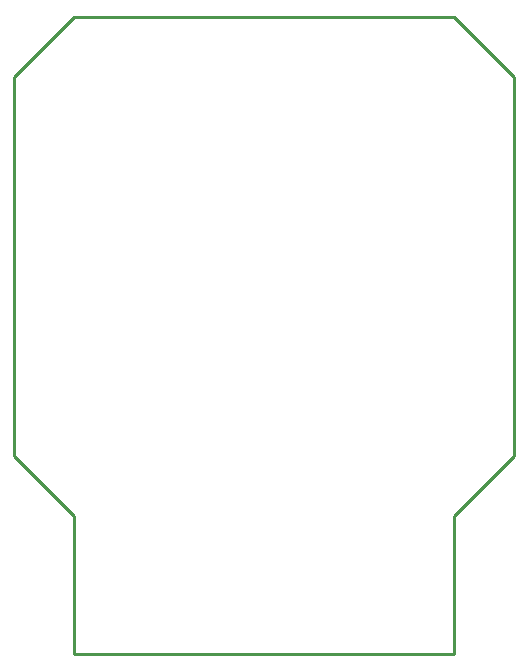
<source format=gm1>
G04*
G04 #@! TF.GenerationSoftware,Altium Limited,Altium Designer,20.0.13 (296)*
G04*
G04 Layer_Color=16711935*
%FSLAX25Y25*%
%MOIN*%
G70*
G01*
G75*
%ADD11C,0.01000*%
D11*
X146535Y-46000D02*
Y0D01*
X20000Y-46000D02*
X146535D01*
X20000D02*
Y0D01*
X166535Y20000D02*
Y146535D01*
X146535Y0D02*
X166535Y20000D01*
X146535Y166535D02*
X166535Y146535D01*
X20000Y166535D02*
X146535D01*
X0Y20000D02*
Y146535D01*
X20000Y166535D01*
X0Y146535D02*
X20000Y166535D01*
X146535D02*
X166535Y146535D01*
X146535Y0D02*
X166535Y20000D01*
X0D02*
X20000Y0D01*
M02*

</source>
